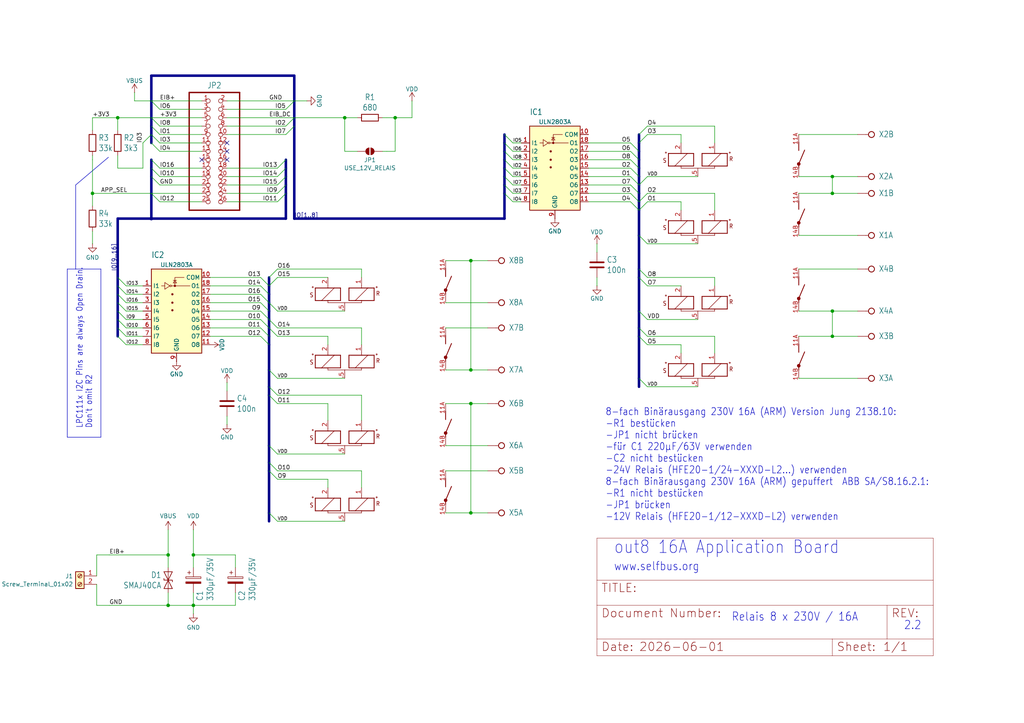
<source format=kicad_sch>
(kicad_sch (version 20231120) (generator "eeschema") (generator_version "8.0")
  (paper "User" 309.347 218.491)
  (junction (at 142.24 111.76))
  (junction (at 251.46 93.98))
  (junction (at 142.24 78.74))
  (junction (at 50.8 167.64))
  (junction (at 45.72 66.04))
  (junction (at 142.24 121.92))
  (junction (at 35.56 35.56))
  (junction (at 251.46 53.34))
  (junction (at 119.38 35.56))
  (junction (at 58.42 167.64))
  (junction (at 251.46 58.42))
  (junction (at 104.14 35.56))
  (junction (at 251.46 101.6))
  (junction (at 50.8 182.88))
  (junction (at 58.42 182.88))
  (junction (at 27.94 58.42))
  (junction (at 142.24 154.94))
  (no_connect (at 68.58 43.18))
  (no_connect (at 68.58 48.26))
  (no_connect (at 60.96 48.26))
  (no_connect (at 68.58 45.72))
  (bus_entry (at 38.1 104.14) (size -2.54 -2.54))
  (bus_entry (at 83.82 99.06) (size -2.54 -2.54))
  (bus_entry (at 190.5 50.8) (size 2.54 2.54))
  (bus_entry (at 195.58 116.84) (size -2.54 -2.54))
  (bus_entry (at 48.26 43.18) (size -2.54 -2.54))
  (bus_entry (at 83.82 53.34) (size 2.54 -2.54))
  (bus_entry (at 190.5 58.42) (size 2.54 2.54))
  (bus_entry (at 38.1 93.98) (size -2.54 -2.54))
  (bus_entry (at 154.94 55.88) (size -2.54 -2.54))
  (bus_entry (at 154.94 58.42) (size -2.54 -2.54))
  (bus_entry (at 86.36 38.1) (size 2.54 -2.54))
  (bus_entry (at 38.1 101.6) (size -2.54 -2.54))
  (bus_entry (at 195.58 58.42) (size -2.54 2.54))
  (bus_entry (at 154.94 48.26) (size -2.54 -2.54))
  (bus_entry (at 86.36 40.64) (size 2.54 -2.54))
  (bus_entry (at 190.5 60.96) (size 2.54 2.54))
  (bus_entry (at 78.74 86.36) (size 2.54 2.54))
  (bus_entry (at 48.26 40.64) (size -2.54 -2.54))
  (bus_entry (at 48.26 53.34) (size -2.54 -2.54))
  (bus_entry (at 83.82 137.16) (size -2.54 -2.54))
  (bus_entry (at 154.94 45.72) (size -2.54 -2.54))
  (bus_entry (at 190.5 53.34) (size 2.54 2.54))
  (bus_entry (at 83.82 114.3) (size -2.54 -2.54))
  (bus_entry (at 38.1 99.06) (size -2.54 -2.54))
  (bus_entry (at 195.58 101.6) (size -2.54 -2.54))
  (bus_entry (at 83.82 55.88) (size 2.54 -2.54))
  (bus_entry (at 195.58 40.64) (size -2.54 2.54))
  (bus_entry (at 154.94 43.18) (size -2.54 -2.54))
  (bus_entry (at 83.82 60.96) (size 2.54 -2.54))
  (bus_entry (at 78.74 101.6) (size 2.54 2.54))
  (bus_entry (at 195.58 38.1) (size -2.54 2.54))
  (bus_entry (at 38.1 96.52) (size -2.54 -2.54))
  (bus_entry (at 83.82 119.38) (size -2.54 -2.54))
  (bus_entry (at 38.1 88.9) (size -2.54 -2.54))
  (bus_entry (at 83.82 58.42) (size 2.54 -2.54))
  (bus_entry (at 38.1 86.36) (size -2.54 -2.54))
  (bus_entry (at 83.82 142.24) (size -2.54 -2.54))
  (bus_entry (at 48.26 45.72) (size -2.54 -2.54))
  (bus_entry (at 78.74 83.82) (size 2.54 2.54))
  (bus_entry (at 48.26 60.96) (size -2.54 -2.54))
  (bus_entry (at 78.74 91.44) (size 2.54 2.54))
  (bus_entry (at 78.74 93.98) (size 2.54 2.54))
  (bus_entry (at 190.5 43.18) (size 2.54 2.54))
  (bus_entry (at 83.82 157.48) (size -2.54 -2.54))
  (bus_entry (at 48.26 38.1) (size -2.54 -2.54))
  (bus_entry (at 43.18 43.18) (size 2.54 -2.54))
  (bus_entry (at 154.94 50.8) (size -2.54 -2.54))
  (bus_entry (at 86.36 33.02) (size 2.54 -2.54))
  (bus_entry (at 78.74 99.06) (size 2.54 2.54))
  (bus_entry (at 48.26 33.02) (size -2.54 -2.54))
  (bus_entry (at 83.82 121.92) (size -2.54 -2.54))
  (bus_entry (at 190.5 48.26) (size 2.54 2.54))
  (bus_entry (at 83.82 50.8) (size 2.54 -2.54))
  (bus_entry (at 195.58 83.82) (size -2.54 -2.54))
  (bus_entry (at 83.82 83.82) (size -2.54 2.54))
  (bus_entry (at 83.82 101.6) (size -2.54 -2.54))
  (bus_entry (at 154.94 53.34) (size -2.54 -2.54))
  (bus_entry (at 83.82 93.98) (size -2.54 -2.54))
  (bus_entry (at 38.1 91.44) (size -2.54 -2.54))
  (bus_entry (at 190.5 55.88) (size 2.54 2.54))
  (bus_entry (at 195.58 104.14) (size -2.54 -2.54))
  (bus_entry (at 48.26 55.88) (size -2.54 -2.54))
  (bus_entry (at 83.82 81.28) (size -2.54 2.54))
  (bus_entry (at 195.58 96.52) (size -2.54 -2.54))
  (bus_entry (at 48.26 50.8) (size -2.54 -2.54))
  (bus_entry (at 195.58 60.96) (size -2.54 2.54))
  (bus_entry (at 83.82 144.78) (size -2.54 -2.54))
  (bus_entry (at 78.74 96.52) (size 2.54 2.54))
  (bus_entry (at 195.58 53.34) (size -2.54 2.54))
  (bus_entry (at 154.94 60.96) (size -2.54 -2.54))
  (bus_entry (at 195.58 86.36) (size -2.54 -2.54))
  (bus_entry (at 78.74 88.9) (size 2.54 2.54))
  (bus_entry (at 195.58 73.66) (size -2.54 -2.54))
  (bus_entry (at 190.5 45.72) (size 2.54 2.54))
  (bus (pts (xy 45.72 35.56) (xy 45.72 38.1)) (stroke (width 0.762)))
  (bus (pts (xy 193.04 99.06) (xy 193.04 101.6)) (stroke (width 0.762)))
  (wire (pts (xy 68.58 53.34) (xy 83.82 53.34)) (stroke (width 0.1524)))
  (wire (pts (xy 115.57 35.56) (xy 116.84 35.56)))
  (wire (pts (xy 177.8 43.18) (xy 190.5 43.18)) (stroke (width 0.1524)))
  (wire (pts (xy 241.3 40.64) (xy 259.08 40.64)) (stroke (width 0.1524)))
  (wire (pts (xy 43.18 104.14) (xy 38.1 104.14)) (stroke (width 0.1524)))
  (wire (pts (xy 48.26 53.34) (xy 60.96 53.34)) (stroke (width 0.1524)))
  (wire (pts (xy 60.96 35.56) (xy 45.72 35.56)) (stroke (width 0.1524)))
  (wire (pts (xy 195.58 40.64) (xy 205.74 40.64)) (stroke (width 0.1524)))
  (bus (pts (xy 88.9 66.04) (xy 88.9 38.1)) (stroke (width 0.762)))
  (wire (pts (xy 241.3 93.98) (xy 251.46 93.98)) (stroke (width 0.1524)))
  (wire (pts (xy 29.21 182.88) (xy 33.02 182.88)))
  (wire (pts (xy 63.5 91.44) (xy 78.74 91.44)) (stroke (width 0.1524)))
  (wire (pts (xy 63.5 93.98) (xy 78.74 93.98)) (stroke (width 0.1524)))
  (wire (pts (xy 83.82 119.38) (xy 109.22 119.38)) (stroke (width 0.1524)))
  (wire (pts (xy 27.94 46.99) (xy 27.94 48.26)))
  (wire (pts (xy 251.46 101.6) (xy 259.08 101.6)) (stroke (width 0.1524)))
  (wire (pts (xy 63.5 99.06) (xy 78.74 99.06)) (stroke (width 0.1524)))
  (bus (pts (xy 35.56 66.04) (xy 35.56 83.82)) (stroke (width 0.762)))
  (bus (pts (xy 193.04 83.82) (xy 193.04 93.98)) (stroke (width 0.762)))
  (polyline (pts (xy 22.86 55.88) (xy 22.86 81.28)) (stroke (width 0.1524) (type solid)))
  (wire (pts (xy 71.12 167.64) (xy 58.42 167.64)) (stroke (width 0.1524)))
  (bus (pts (xy 45.72 38.1) (xy 45.72 40.64)) (stroke (width 0.762)))
  (bus (pts (xy 81.28 154.94) (xy 81.28 157.48)) (stroke (width 0.762)))
  (wire (pts (xy 134.62 154.94) (xy 142.24 154.94)) (stroke (width 0.1524)))
  (wire (pts (xy 195.58 58.42) (xy 215.9 58.42)) (stroke (width 0.1524)))
  (wire (pts (xy 104.14 114.3) (xy 83.82 114.3)) (stroke (width 0.1524)))
  (wire (pts (xy 27.94 69.85) (xy 27.94 73.66)) (stroke (width 0.1524)))
  (wire (pts (xy 241.3 71.12) (xy 259.08 71.12)) (stroke (width 0.1524)))
  (bus (pts (xy 81.28 142.24) (xy 81.28 154.94)) (stroke (width 0.762)))
  (wire (pts (xy 154.94 53.34) (xy 157.48 53.34)))
  (wire (pts (xy 177.8 60.96) (xy 190.5 60.96)) (stroke (width 0.1524)))
  (wire (pts (xy 60.96 38.1) (xy 48.26 38.1)) (stroke (width 0.1524)))
  (wire (pts (xy 210.82 116.84) (xy 195.58 116.84)) (stroke (width 0.1524)))
  (bus (pts (xy 45.72 50.8) (xy 45.72 53.34)) (stroke (width 0.762)))
  (bus (pts (xy 193.04 43.18) (xy 193.04 45.72)) (stroke (width 0.762)))
  (bus (pts (xy 86.36 66.04) (xy 86.36 58.42)) (stroke (width 0.762)))
  (bus (pts (xy 88.9 35.56) (xy 88.9 30.48)) (stroke (width 0.762)))
  (wire (pts (xy 43.18 96.52) (xy 38.1 96.52)) (stroke (width 0.1524)))
  (bus (pts (xy 45.72 48.26) (xy 45.72 50.8)) (stroke (width 0.762)))
  (bus (pts (xy 193.04 45.72) (xy 193.04 48.26)) (stroke (width 0.762)))
  (bus (pts (xy 81.28 111.76) (xy 81.28 116.84)) (stroke (width 0.762)))
  (wire (pts (xy 251.46 53.34) (xy 251.46 58.42)) (stroke (width 0.1524)))
  (wire (pts (xy 60.96 40.64) (xy 48.26 40.64)) (stroke (width 0.1524)))
  (wire (pts (xy 177.8 53.34) (xy 190.5 53.34)) (stroke (width 0.1524)))
  (wire (pts (xy 116.84 35.56) (xy 119.38 35.56)) (stroke (width 0.1524)))
  (wire (pts (xy 109.22 81.28) (xy 109.22 83.82)) (stroke (width 0.1524)))
  (bus (pts (xy 88.9 22.86) (xy 45.72 22.86)) (stroke (width 0.762)))
  (bus (pts (xy 35.56 91.44) (xy 35.56 88.9)) (stroke (width 0.762)))
  (wire (pts (xy 68.58 30.48) (xy 88.9 30.48)) (stroke (width 0.1524)))
  (wire (pts (xy 241.3 101.6) (xy 251.46 101.6)) (stroke (width 0.1524)))
  (wire (pts (xy 50.8 167.64) (xy 33.02 167.64)) (stroke (width 0.1524)))
  (wire (pts (xy 154.94 55.88) (xy 157.48 55.88)))
  (wire (pts (xy 109.22 142.24) (xy 109.22 147.32)) (stroke (width 0.1524)))
  (wire (pts (xy 251.46 93.98) (xy 259.08 93.98)) (stroke (width 0.1524)))
  (wire (pts (xy 63.5 86.36) (xy 78.74 86.36)) (stroke (width 0.1524)))
  (wire (pts (xy 68.58 118.11) (xy 68.58 115.57)) (stroke (width 0.1524)))
  (wire (pts (xy 29.21 173.99) (xy 29.21 167.64)))
  (bus (pts (xy 35.56 66.04) (xy 45.72 66.04)) (stroke (width 0.762)))
  (wire (pts (xy 119.38 35.56) (xy 124.46 35.56)) (stroke (width 0.1524)))
  (wire (pts (xy 33.02 182.88) (xy 50.8 182.88)) (stroke (width 0.1524)))
  (bus (pts (xy 88.9 30.48) (xy 88.9 22.86)) (stroke (width 0.762)))
  (wire (pts (xy 134.62 142.24) (xy 147.32 142.24)) (stroke (width 0.1524)))
  (wire (pts (xy 43.18 91.44) (xy 38.1 91.44)) (stroke (width 0.1524)))
  (bus (pts (xy 35.56 86.36) (xy 35.56 83.82)) (stroke (width 0.762)))
  (wire (pts (xy 215.9 101.6) (xy 215.9 106.68)) (stroke (width 0.1524)))
  (wire (pts (xy 35.56 46.99) (xy 35.56 50.8)) (stroke (width 0.1524)))
  (bus (pts (xy 193.04 101.6) (xy 193.04 114.3)) (stroke (width 0.762)))
  (wire (pts (xy 43.18 43.18) (xy 43.18 50.8)) (stroke (width 0.1524)))
  (bus (pts (xy 193.04 53.34) (xy 193.04 55.88)) (stroke (width 0.762)))
  (bus (pts (xy 193.04 48.26) (xy 193.04 50.8)) (stroke (width 0.762)))
  (wire (pts (xy 124.46 35.56) (xy 124.46 30.48)) (stroke (width 0.1524)))
  (wire (pts (xy 119.38 45.72) (xy 116.84 45.72)) (stroke (width 0.1524)))
  (wire (pts (xy 142.24 121.92) (xy 142.24 154.94)) (stroke (width 0.1524)))
  (wire (pts (xy 63.5 96.52) (xy 78.74 96.52)) (stroke (width 0.1524)))
  (wire (pts (xy 154.94 43.18) (xy 157.48 43.18)))
  (wire (pts (xy 154.94 48.26) (xy 157.48 48.26)))
  (wire (pts (xy 134.62 121.92) (xy 142.24 121.92)) (stroke (width 0.1524)))
  (wire (pts (xy 195.58 83.82) (xy 215.9 83.82)) (stroke (width 0.1524)))
  (wire (pts (xy 68.58 35.56) (xy 88.9 35.56)) (stroke (width 0.1524)))
  (wire (pts (xy 210.82 73.66) (xy 195.58 73.66)) (stroke (width 0.1524)))
  (wire (pts (xy 154.94 58.42) (xy 157.48 58.42)))
  (wire (pts (xy 68.58 125.73) (xy 68.58 128.27)) (stroke (width 0.1524)))
  (bus (pts (xy 45.72 58.42) (xy 45.72 66.04)) (stroke (width 0.762)))
  (wire (pts (xy 205.74 43.18) (xy 205.74 40.64)) (stroke (width 0.1524)))
  (polyline (pts (xy 22.86 81.28) (xy 20.32 81.28)) (stroke (width 0.1524) (type solid)))
  (wire (pts (xy 241.3 114.3) (xy 259.08 114.3)) (stroke (width 0.1524)))
  (wire (pts (xy 180.34 86.36) (xy 180.34 83.82)) (stroke (width 0.1524)))
  (bus (pts (xy 45.72 22.86) (xy 45.72 30.48)) (stroke (width 0.762)))
  (wire (pts (xy 177.8 50.8) (xy 190.5 50.8)) (stroke (width 0.1524)))
  (wire (pts (xy 142.24 154.94) (xy 147.32 154.94)) (stroke (width 0.1524)))
  (wire (pts (xy 195.58 38.1) (xy 215.9 38.1)) (stroke (width 0.1524)))
  (bus (pts (xy 81.28 134.62) (xy 81.28 139.7)) (stroke (width 0.762)))
  (bus (pts (xy 35.56 96.52) (xy 35.56 93.98)) (stroke (width 0.762)))
  (wire (pts (xy 142.24 111.76) (xy 147.32 111.76)) (stroke (width 0.1524)))
  (wire (pts (xy 45.72 58.42) (xy 60.96 58.42)))
  (wire (pts (xy 109.22 99.06) (xy 109.22 104.14)) (stroke (width 0.1524)))
  (wire (pts (xy 241.3 53.34) (xy 251.46 53.34)) (stroke (width 0.1524)))
  (polyline (pts (xy 30.48 132.08) (xy 30.48 81.28)) (stroke (width 0.1524) (type solid)))
  (bus (pts (xy 86.36 58.42) (xy 86.36 55.88)) (stroke (width 0.762)))
  (wire (pts (xy 215.9 38.1) (xy 215.9 43.18)) (stroke (width 0.1524)))
  (wire (pts (xy 177.8 58.42) (xy 190.5 58.42)) (stroke (width 0.1524)))
  (bus (pts (xy 45.72 30.48) (xy 45.72 35.56)) (stroke (width 0.762)))
  (wire (pts (xy 259.08 81.28) (xy 241.3 81.28)) (stroke (width 0.1524)))
  (wire (pts (xy 195.58 60.96) (xy 205.74 60.96)) (stroke (width 0.1524)))
  (polyline (pts (xy 20.32 81.28) (xy 20.32 132.08)) (stroke (width 0.1524) (type solid)))
  (wire (pts (xy 68.58 38.1) (xy 86.36 38.1)) (stroke (width 0.1524)))
  (wire (pts (xy 115.57 45.72) (xy 116.84 45.72)))
  (wire (pts (xy 88.9 30.48) (xy 92.71 30.48)) (stroke (width 0.1524)))
  (wire (pts (xy 43.18 99.06) (xy 38.1 99.06)) (stroke (width 0.1524)))
  (wire (pts (xy 68.58 55.88) (xy 83.82 55.88)) (stroke (width 0.1524)))
  (wire (pts (xy 40.64 30.48) (xy 40.64 27.94)) (stroke (width 0.1524)))
  (bus (pts (xy 152.4 48.26) (xy 152.4 50.8)) (stroke (width 0.762)))
  (wire (pts (xy 27.94 48.26) (xy 27.94 58.42)) (stroke (width 0.1524)))
  (polyline (pts (xy 20.32 132.08) (xy 30.48 132.08)) (stroke (width 0.1524) (type solid)))
  (polyline (pts (xy 30.48 81.28) (xy 22.86 81.28)) (stroke (width 0.1524) (type solid)))
  (bus (pts (xy 152.4 43.18) (xy 152.4 45.72)) (stroke (width 0.762)))
  (wire (pts (xy 104.14 93.98) (xy 83.82 93.98)) (stroke (width 0.1524)))
  (bus (pts (xy 152.4 40.64) (xy 152.4 43.18)) (stroke (width 0.762)))
  (wire (pts (xy 134.62 99.06) (xy 147.32 99.06)) (stroke (width 0.1524)))
  (wire (pts (xy 50.8 179.07) (xy 50.8 182.88)))
  (wire (pts (xy 177.8 48.26) (xy 190.5 48.26)) (stroke (width 0.1524)))
  (wire (pts (xy 27.94 35.56) (xy 35.56 35.56)) (stroke (width 0.1524)))
  (wire (pts (xy 83.82 121.92) (xy 99.06 121.92)) (stroke (width 0.1524)))
  (wire (pts (xy 43.18 93.98) (xy 38.1 93.98)) (stroke (width 0.1524)))
  (wire (pts (xy 45.72 35.56) (xy 35.56 35.56)) (stroke (width 0.1524)))
  (wire (pts (xy 83.82 142.24) (xy 109.22 142.24)) (stroke (width 0.1524)))
  (wire (pts (xy 210.82 53.34) (xy 195.58 53.34)) (stroke (width 0.1524)))
  (bus (pts (xy 81.28 116.84) (xy 81.28 119.38)) (stroke (width 0.762)))
  (wire (pts (xy 27.94 35.56) (xy 27.94 39.37)) (stroke (width 0.1524)))
  (wire (pts (xy 215.9 86.36) (xy 215.9 83.82)) (stroke (width 0.1524)))
  (wire (pts (xy 60.96 33.02) (xy 48.26 33.02)) (stroke (width 0.1524)))
  (wire (pts (xy 99.06 121.92) (xy 99.06 127)) (stroke (width 0.1524)))
  (wire (pts (xy 88.9 35.56) (xy 104.14 35.56)) (stroke (width 0.1524)))
  (wire (pts (xy 35.56 35.56) (xy 35.56 39.37)) (stroke (width 0.1524)))
  (wire (pts (xy 180.34 73.66) (xy 180.34 76.2)) (stroke (width 0.1524)))
  (wire (pts (xy 27.94 58.42) (xy 45.72 58.42)))
  (wire (pts (xy 205.74 104.14) (xy 205.74 106.68)) (stroke (width 0.1524)))
  (bus (pts (xy 81.28 119.38) (xy 81.28 134.62)) (stroke (width 0.762)))
  (wire (pts (xy 142.24 78.74) (xy 147.32 78.74)) (stroke (width 0.1524)))
  (wire (pts (xy 99.06 101.6) (xy 99.06 104.14)) (stroke (width 0.1524)))
  (wire (pts (xy 104.14 45.72) (xy 107.95 45.72)) (stroke (width 0.1524)))
  (wire (pts (xy 71.12 182.88) (xy 71.12 179.07)) (stroke (width 0.1524)))
  (wire (pts (xy 99.06 144.78) (xy 99.06 147.32)) (stroke (width 0.1524)))
  (bus (pts (xy 86.36 55.88) (xy 86.36 53.34)) (stroke (width 0.762)))
  (wire (pts (xy 48.26 50.8) (xy 60.96 50.8)) (stroke (width 0.1524)))
  (wire (pts (xy 60.96 60.96) (xy 48.26 60.96)) (stroke (width 0.1524)))
  (wire (pts (xy 205.74 86.36) (xy 195.58 86.36)) (stroke (width 0.1524)))
  (wire (pts (xy 104.14 137.16) (xy 83.82 137.16)) (stroke (width 0.1524)))
  (bus (pts (xy 193.04 114.3) (xy 193.04 116.84)) (stroke (width 0.762)))
  (bus (pts (xy 152.4 55.88) (xy 152.4 58.42)) (stroke (width 0.762)))
  (bus (pts (xy 88.9 38.1) (xy 88.9 35.56)) (stroke (width 0.762)))
  (bus (pts (xy 193.04 81.28) (xy 193.04 83.82)) (stroke (width 0.762)))
  (wire (pts (xy 104.14 35.56) (xy 107.95 35.56)) (stroke (width 0.1524)))
  (bus (pts (xy 45.72 53.34) (xy 45.72 58.42)) (stroke (width 0.762)))
  (wire (pts (xy 134.62 91.44) (xy 147.32 91.44)) (stroke (width 0.1524)))
  (wire (pts (xy 195.58 104.14) (xy 205.74 104.14)) (stroke (width 0.1524)))
  (wire (pts (xy 109.22 119.38) (xy 109.22 127)) (stroke (width 0.1524)))
  (wire (pts (xy 210.82 96.52) (xy 195.58 96.52)) (stroke (width 0.1524)))
  (bus (pts (xy 86.36 48.26) (xy 86.36 50.8)) (stroke (width 0.762)))
  (bus (pts (xy 81.28 91.44) (xy 81.28 93.98)) (stroke (width 0.762)))
  (wire (pts (xy 45.72 30.48) (xy 40.64 30.48)) (stroke (width 0.1524)))
  (bus (pts (xy 81.28 86.36) (xy 81.28 88.9)) (stroke (width 0.762)))
  (bus (pts (xy 81.28 93.98) (xy 81.28 96.52)) (stroke (width 0.762)))
  (wire (pts (xy 83.82 83.82) (xy 99.06 83.82)) (stroke (width 0.1524)))
  (wire (pts (xy 58.42 179.07) (xy 58.42 182.88)) (stroke (width 0.1524)))
  (wire (pts (xy 195.58 101.6) (xy 215.9 101.6)) (stroke (width 0.1524)))
  (bus (pts (xy 81.28 104.14) (xy 81.28 111.76)) (stroke (width 0.762)))
  (wire (pts (xy 83.82 101.6) (xy 99.06 101.6)) (stroke (width 0.1524)))
  (wire (pts (xy 142.24 78.74) (xy 142.24 111.76)) (stroke (width 0.1524)))
  (wire (pts (xy 50.8 167.64) (xy 50.8 160.02)) (stroke (width 0.1524)))
  (bus (pts (xy 152.4 66.04) (xy 88.9 66.04)) (stroke (width 0.762)))
  (bus (pts (xy 35.56 99.06) (xy 35.56 96.52)) (stroke (width 0.762)))
  (wire (pts (xy 43.18 86.36) (xy 38.1 86.36)) (stroke (width 0.1524)))
  (bus (pts (xy 193.04 50.8) (xy 193.04 53.34)) (stroke (width 0.762)))
  (wire (pts (xy 83.82 144.78) (xy 99.06 144.78)) (stroke (width 0.1524)))
  (bus (pts (xy 81.28 139.7) (xy 81.28 142.24)) (stroke (width 0.762)))
  (bus (pts (xy 193.04 60.96) (xy 193.04 63.5)) (stroke (width 0.762)))
  (wire (pts (xy 142.24 121.92) (xy 147.32 121.92)) (stroke (width 0.1524)))
  (bus (pts (xy 86.36 50.8) (xy 86.36 53.34)) (stroke (width 0.762)))
  (wire (pts (xy 251.46 53.34) (xy 259.08 53.34)) (stroke (width 0.1524)))
  (wire (pts (xy 43.18 50.8) (xy 35.56 50.8)) (stroke (width 0.1524)))
  (bus (pts (xy 193.04 93.98) (xy 193.04 99.06)) (stroke (width 0.762)))
  (wire (pts (xy 29.21 167.64) (xy 33.02 167.64)))
  (polyline (pts (xy 32.766 47.498) (xy 22.86 55.88)) (stroke (width 0.1524) (type solid)))
  (wire (pts (xy 63.5 83.82) (xy 78.74 83.82)) (stroke (width 0.1524)))
  (bus (pts (xy 35.56 88.9) (xy 35.56 86.36)) (stroke (width 0.762)))
  (bus (pts (xy 152.4 53.34) (xy 152.4 55.88)) (stroke (width 0.762)))
  (wire (pts (xy 68.58 60.96) (xy 83.82 60.96)) (stroke (width 0.1524)))
  (bus (pts (xy 152.4 58.42) (xy 152.4 66.04)) (stroke (width 0.762)))
  (wire (pts (xy 134.62 134.62) (xy 147.32 134.62)) (stroke (width 0.1524)))
  (wire (pts (xy 50.8 171.45) (xy 50.8 167.64)) (stroke (width 0.1524)))
  (bus (pts (xy 35.56 101.6) (xy 35.56 99.06)) (stroke (width 0.762)))
  (wire (pts (xy 68.58 40.64) (xy 86.36 40.64)) (stroke (width 0.1524)))
  (wire (pts (xy 241.3 58.42) (xy 251.46 58.42)) (stroke (width 0.1524)))
  (wire (pts (xy 58.42 182.88) (xy 58.42 185.42)) (stroke (width 0.1524)))
  (wire (pts (xy 134.62 111.76) (xy 142.24 111.76)) (stroke (width 0.1524)))
  (bus (pts (xy 35.56 93.98) (xy 35.56 91.44)) (stroke (width 0.762)))
  (wire (pts (xy 215.9 58.42) (xy 215.9 63.5)) (stroke (width 0.1524)))
  (wire (pts (xy 251.46 58.42) (xy 259.08 58.42)) (stroke (width 0.1524)))
  (wire (pts (xy 50.8 182.88) (xy 58.42 182.88)) (stroke (width 0.1524)))
  (bus (pts (xy 193.04 58.42) (xy 193.04 60.96)) (stroke (width 0.762)))
  (wire (pts (xy 58.42 182.88) (xy 71.12 182.88)) (stroke (width 0.1524)))
  (wire (pts (xy 205.74 60.96) (xy 205.74 63.5)) (stroke (width 0.1524)))
  (wire (pts (xy 104.14 35.56) (xy 104.14 45.72)) (stroke (width 0.1524)))
  (bus (pts (xy 193.04 55.88) (xy 193.04 58.42)) (stroke (width 0.762)))
  (bus (pts (xy 193.04 63.5) (xy 193.04 71.12)) (stroke (width 0.762)))
  (wire (pts (xy 71.12 171.45) (xy 71.12 167.64)) (stroke (width 0.1524)))
  (wire (pts (xy 83.82 81.28) (xy 109.22 81.28)) (stroke (width 0.1524)))
  (wire (pts (xy 48.26 55.88) (xy 60.96 55.88)) (stroke (width 0.1524)))
  (wire (pts (xy 177.8 45.72) (xy 190.5 45.72)) (stroke (width 0.1524)))
  (bus (pts (xy 81.28 96.52) (xy 81.28 99.06)) (stroke (width 0.762)))
  (wire (pts (xy 134.62 78.74) (xy 142.24 78.74)) (stroke (width 0.1524)))
  (wire (pts (xy 29.21 176.53) (xy 29.21 182.88)))
  (bus (pts (xy 81.28 101.6) (xy 81.28 104.14)) (stroke (width 0.762)))
  (wire (pts (xy 154.94 60.96) (xy 157.48 60.96)))
  (wire (pts (xy 60.96 45.72) (xy 48.26 45.72)) (stroke (width 0.1524)))
  (wire (pts (xy 177.8 55.88) (xy 190.5 55.88)) (stroke (width 0.1524)))
  (wire (pts (xy 104.14 157.48) (xy 83.82 157.48)) (stroke (width 0.1524)))
  (bus (pts (xy 152.4 45.72) (xy 152.4 48.26)) (stroke (width 0.762)))
  (bus (pts (xy 81.28 88.9) (xy 81.28 91.44)) (stroke (width 0.762)))
  (wire (pts (xy 58.42 167.64) (xy 58.42 171.45)) (stroke (width 0.1524)))
  (wire (pts (xy 58.42 160.02) (xy 58.42 167.64)) (stroke (width 0.1524)))
  (wire (pts (xy 119.38 35.56) (xy 119.38 45.72)) (stroke (width 0.1524)))
  (wire (pts (xy 83.82 99.06) (xy 109.22 99.06)) (stroke (width 0.1524)))
  (wire (pts (xy 68.58 33.02) (xy 86.36 33.02)) (stroke (width 0.1524)))
  (wire (pts (xy 60.96 30.48) (xy 45.72 30.48)) (stroke (width 0.1524)))
  (wire (pts (xy 27.94 58.42) (xy 27.94 62.23)) (stroke (width 0.1524)))
  (wire (pts (xy 63.5 101.6) (xy 78.74 101.6)) (stroke (width 0.1524)))
  (wire (pts (xy 60.96 43.18) (xy 48.26 43.18)) (stroke (width 0.1524)))
  (bus (pts (xy 193.04 40.64) (xy 193.04 43.18)) (stroke (width 0.762)))
  (wire (pts (xy 68.58 58.42) (xy 83.82 58.42)) (stroke (width 0.1524)))
  (wire (pts (xy 63.5 88.9) (xy 78.74 88.9)) (stroke (width 0.1524)))
  (bus (pts (xy 81.28 83.82) (xy 81.28 86.36)) (stroke (width 0.762)))
  (wire (pts (xy 154.94 50.8) (xy 157.48 50.8)))
  (wire (pts (xy 154.94 45.72) (xy 157.48 45.72)))
  (wire (pts (xy 43.18 88.9) (xy 38.1 88.9)) (stroke (width 0.1524)))
  (wire (pts (xy 251.46 93.98) (xy 251.46 101.6)) (stroke (width 0.1524)))
  (bus (pts (xy 193.04 71.12) (xy 193.04 81.28)) (stroke (width 0.762)))
  (bus (pts (xy 45.72 40.64) (xy 45.72 43.18)) (stroke (width 0.762)))
  (bus (pts (xy 45.72 66.04) (xy 86.36 66.04)) (stroke (width 0.762)))
  (wire (pts (xy 43.18 101.6) (xy 38.1 101.6)) (stroke (width 0.1524)))
  (wire (pts (xy 68.58 50.8) (xy 83.82 50.8)) (stroke (width 0.1524)))
  (bus (pts (xy 152.4 50.8) (xy 152.4 53.34)) (stroke (width 0.762)))
  (bus (pts (xy 81.28 99.06) (xy 81.28 101.6)) (stroke (width 0.762)))
  (text "www.selfbus.org" (at 185.42 172.72 0) (effects (font (size 2.54 2.159)) (justify left bottom)))
  (text "out8 16A Application Board" (at 185.42 167.64 0) (effects (font (size 3.81 3.2385)) (justify left bottom)))
  (text "2.2" (at 273.05 190.5 0) (effects (font (size 2.54 2.159)) (justify left bottom)))
  (text "8-fach Binärausgang 230V 16A (ARM) Version Jung 2138.10:\n-R1 bestücken\n-JP1 nicht brücken\n-für C1 220µF/63V verwenden\n-C2 nicht bestücken\n-24V Relais (HFE20-1/24-XXXD-L2...) verwenden\n8-fach Binärausgang 230V 16A (ARM) gepuffert  ABB SA/S8.16.2.1:\n-R1 nicht bestücken\n-JP1 brücken\n-12V Relais (HFE20-1/12-XXXD-L2) verwenden" (at 182.88 157.48 0) (effects (font (size 2.1844 1.8567)) (justify left bottom)))
  (text "Relais 8 x 230V / 16A" (at 220.98 187.96 0) (effects (font (size 2.54 2.159)) (justify left bottom)))
  (text "LPC111x I2C Pins are always Open Drain.\nDon't omit R2~{}" (at 27.94 129.54 90) (effects (font (size 1.778 1.5113)) (justify left bottom)))
  (label "O8" (at 195.58 83.82 0) (effects (font (size 1.2446 1.2446))))
  (label "O3" (at 190.5 58.42 180) (effects (font (size 1.2446 1.2446))))
  (label "+3V3" (at 48.26 35.56 0) (effects (font (size 1.2446 1.2446))))
  (label "GND" (at 81.28 30.48 0) (effects (font (size 1.2446 1.2446))))
  (label "O7" (at 195.58 86.36 0) (effects (font (size 1.2446 1.2446))))
  (label "O11" (at 83.82 121.92 0) (effects (font (size 1.2446 1.2446))))
  (label "IO9" (at 83.82 58.42 180) (effects (font (size 1.2446 1.2446))))
  (label "IO3" (at 154.94 58.42 0) (effects (font (size 1.016 1.016))))
  (label "IO6" (at 154.94 45.72 0) (effects (font (size 1.016 1.016))))
  (label "O13" (at 83.82 101.6 0) (effects (font (size 1.2446 1.2446))))
  (label "IO1" (at 48.26 40.64 0) (effects (font (size 1.2446 1.2446))))
  (label "IO9" (at 38.1 96.52 0) (effects (font (size 1.016 1.016))))
  (label "O6" (at 190.5 45.72 180) (effects (font (size 1.2446 1.2446))))
  (label "IO5" (at 154.94 43.18 0) (effects (font (size 1.016 1.016))))
  (label "O5" (at 195.58 104.14 0) (effects (font (size 1.2446 1.2446))))
  (label "IO4" (at 48.26 45.72 0) (effects (font (size 1.2446 1.2446))))
  (label "O8" (at 190.5 48.26 180) (effects (font (size 1.2446 1.2446))))
  (label "IO6" (at 48.26 33.02 0) (effects (font (size 1.2446 1.2446))))
  (label "IO[9..16]" (at 35.56 81.915 90) (effects (font (size 1.2446 1.2446))))
  (label "EIB+" (at 33.02 167.64 0) (effects (font (size 1.2446 1.2446))))
  (label "EIB_DC" (at 81.28 35.56 0) (effects (font (size 1.2446 1.2446))))
  (label "O2" (at 195.58 58.42 0) (effects (font (size 1.2446 1.2446))))
  (label "O3" (at 195.58 40.64 0) (effects (font (size 1.2446 1.2446))))
  (label "O16" (at 83.82 81.28 0) (effects (font (size 1.2446 1.2446))))
  (label "O2" (at 190.5 50.8 180) (effects (font (size 1.2446 1.2446))))
  (label "O14" (at 83.82 99.06 0) (effects (font (size 1.2446 1.2446))))
  (label "IO12" (at 38.1 104.14 0) (effects (font (size 1.016 1.016))))
  (label "O4" (at 195.58 38.1 0) (effects (font (size 1.2446 1.2446))))
  (label "IO8" (at 48.26 38.1 0) (effects (font (size 1.2446 1.2446))))
  (label "O15" (at 83.82 83.82 0) (effects (font (size 1.2446 1.2446))))
  (label "IO16" (at 48.26 50.8 0) (effects (font (size 1.2446 1.2446))))
  (label "IO14" (at 83.82 53.34 180) (effects (font (size 1.2446 1.2446))))
  (label "GND" (at 33.02 182.88 0) (effects (font (size 1.2446 1.2446))))
  (label "O16" (at 78.74 88.9 180) (effects (font (size 1.2446 1.2446))))
  (label "IO11" (at 83.82 60.96 180) (effects (font (size 1.2446 1.2446))))
  (label "O9" (at 78.74 93.98 180) (effects (font (size 1.2446 1.2446))))
  (label "O11" (at 78.74 99.06 180) (effects (font (size 1.2446 1.2446))))
  (label "O12" (at 83.82 119.38 0) (effects (font (size 1.2446 1.2446))))
  (label "O1" (at 195.58 60.96 0) (effects (font (size 1.2446 1.2446))))
  (label "O10" (at 83.82 142.24 0) (effects (font (size 1.2446 1.2446))))
  (label "VDD" (at 195.58 53.34 0) (effects (font (size 1.016 1.016))))
  (label "IO13" (at 38.1 86.36 0) (effects (font (size 1.016 1.016))))
  (label "O15" (at 78.74 91.44 180) (effects (font (size 1.2446 1.2446))))
  (label "O10" (at 78.74 96.52 180) (effects (font (size 1.2446 1.2446))))
  (label "VDD" (at 83.82 137.16 0) (effects (font (size 1.016 1.016))))
  (label "IO12" (at 48.26 60.96 0) (effects (font (size 1.2446 1.2446))))
  (label "IO2" (at 86.36 38.1 180) (effects (font (size 1.2446 1.2446))))
  (label "IO15" (at 83.82 55.88 180) (effects (font (size 1.2446 1.2446))))
  (label "+3V3" (at 27.94 35.56 0) (effects (font (size 1.2446 1.2446))))
  (label "VDD" (at 195.58 96.52 0) (effects (font (size 1.2446 1.2446))))
  (label "O14" (at 78.74 86.36 180) (effects (font (size 1.2446 1.2446))))
  (label "IO3" (at 48.26 43.18 0) (effects (font (size 1.2446 1.2446))))
  (label "O13" (at 78.74 83.82 180) (effects (font (size 1.2446 1.2446))))
  (label "VDD" (at 83.82 157.48 0) (effects (font (size 1.016 1.016))))
  (label "GND" (at 48.26 55.88 0) (effects (font (size 1.2446 1.2446))))
  (label "IO[1..8]" (at 88.9 66.04 0) (effects (font (size 1.2446 1.2446))))
  (label "IO11" (at 38.1 101.6 0) (effects (font (size 1.016 1.016))))
  (label "IO5" (at 86.36 33.02 180) (effects (font (size 1.2446 1.2446))))
  (label "O6" (at 195.58 101.6 0) (effects (font (size 1.2446 1.2446))))
  (label "O5" (at 190.5 43.18 180) (effects (font (size 1.2446 1.2446))))
  (label "IO7" (at 154.94 55.88 0) (effects (font (size 1.016 1.016))))
  (label "IO1" (at 154.94 53.34 0) (effects (font (size 1.016 1.016))))
  (label "IO3" (at 43.18 43.18 90) (effects (font (size 1.2446 1.2446))))
  (label "IO13" (at 83.82 50.8 180) (effects (font (size 1.2446 1.2446))))
  (label "EIB+" (at 48.26 30.48 0) (effects (font (size 1.2446 1.2446))))
  (label "VDD" (at 83.82 93.98 0) (effects (font (size 1.016 1.016))))
  (label "IO2" (at 154.94 50.8 0) (effects (font (size 1.016 1.016))))
  (label "IO4" (at 154.94 60.96 0) (effects (font (size 1.016 1.016))))
  (label "VDD" (at 83.82 114.3 0) (effects (font (size 1.016 1.016))))
  (label "O12" (at 78.74 101.6 180) (effects (font (size 1.2446 1.2446))))
  (label "IO15" (at 38.1 93.98 0) (effects (font (size 1.016 1.016))))
  (label "IO8" (at 154.94 48.26 0) (effects (font (size 1.016 1.016))))
  (label "IO10" (at 48.26 53.34 0) (effects (font (size 1.2446 1.2446))))
  (label "IO14" (at 38.1 88.9 0) (effects (font (size 1.016 1.016))))
  (label "IO16" (at 38.1 91.44 0) (effects (font (size 1.016 1.016))))
  (label "O4" (at 190.5 60.96 180) (effects (font (size 1.2446 1.2446))))
  (label "APP_SEL" (at 30.48 58.42 0) (effects (font (size 1.2446 1.2446))))
  (label "VDD" (at 195.58 116.84 0) (effects (font (size 1.016 1.016))))
  (label "IO7" (at 86.36 40.64 180) (effects (font (size 1.2446 1.2446))))
  (label "VDD" (at 195.58 73.66 0) (effects (font (size 1.016 1.016))))
  (label "IO10" (at 38.1 99.06 0) (effects (font (size 1.016 1.016))))
  (label "O9" (at 83.82 144.78 0) (effects (font (size 1.2446 1.2446))))
  (label "O1" (at 190.5 53.34 180) (effects (font (size 1.2446 1.2446))))
  (label "O7" (at 190.5 55.88 180) (effects (font (size 1.2446 1.2446))))
  (symbol (lib_id "Device:R") (at 35.56 43.18 180) (unit 1)
    (property "Reference" "R2" (at 37.338 41.6178 0) (effects (font (size 1.778 1.5113)) (justify right)))
    (property "Value" "3k3" (at 37.338 44.7422 0) (effects (font (size 1.778 1.5113)) (justify right)))
    (property "Footprint" "out_8x_16A_bistab:M1206" (effects (hide yes)))
    (property "Description" "Resistor" (effects (hide yes)))
  )
  (symbol (lib_id "out_8x_16A_bistab-eagle-import:W237-02P") (at 264.16 101.6 180) (unit 2)
    (property "Reference" "X3" (at 265.43 102.489 0) (effects (font (size 1.778 1.5113)) (justify right top)))
    (property "Value" "W237-02P" (effects (hide yes)))
    (property "Footprint" "out_8x_16A_bistab:W237-132" (effects (hide yes)))
  )
  (symbol (lib_id "Device:R") (at 111.76 35.56 90) (unit 1)
    (property "Reference" "R1" (at 111.76 29.3494 90) (effects (font (size 1.778 1.5113))))
    (property "Value" "680" (at 111.76 32.4738 90) (effects (font (size 1.778 1.5113))))
    (property "Footprint" "out_8x_16A_bistab:M1206" (effects (hide yes)))
    (property "Description" "Resistor" (effects (hide yes)))
  )
  (symbol (lib_id "out_8x_16A_bistab-eagle-import:W237-02P") (at 264.16 53.34 180) (unit 1)
    (property "Reference" "X2" (at 265.43 54.229 0) (effects (font (size 1.778 1.5113)) (justify right top)))
    (property "Value" "W237-02P" (effects (hide yes)))
    (property "Footprint" "out_8x_16A_bistab:W237-132" (effects (hide yes)))
  )
  (symbol (lib_id "out_8x_16A_bistab-eagle-import:HFE20-1-024-1HD504") (at 134.62 152.4 0) (unit 2)
    (property "Reference" "K5" (effects (hide yes)))
    (property "Value" "HFE20-1-024-1HD504" (effects (hide yes)))
    (property "Footprint" "out_8x_16A_bistab:HFE20-3-504" (effects (hide yes)))
  )
  (symbol (lib_id "out_8x_16A_bistab-eagle-import:HFE20-1-024-1HD504") (at 241.3 91.44 0) (unit 2)
    (property "Reference" "K4" (effects (hide yes)))
    (property "Value" "HFE20-1-024-1HD504" (effects (hide yes)))
    (property "Footprint" "out_8x_16A_bistab:HFE20-3-504" (effects (hide yes)))
  )
  (symbol (lib_id "out_8x_16A_bistab-eagle-import:HFE20-1-024-1HD504") (at 109.22 109.22 0) (unit 1)
    (property "Reference" "K7" (effects (hide yes)))
    (property "Value" "HFE20-1-024-1HD504" (effects (hide yes)))
    (property "Footprint" "out_8x_16A_bistab:HFE20-3-504" (effects (hide yes)))
  )
  (symbol (lib_id "out_8x_16A_bistab-eagle-import:W237-02P") (at 264.16 71.12 180) (unit 1)
    (property "Reference" "X1" (at 265.43 72.009 0) (effects (font (size 1.778 1.5113)) (justify right top)))
    (property "Value" "W237-02P" (effects (hide yes)))
    (property "Footprint" "out_8x_16A_bistab:W237-132" (effects (hide yes)))
  )
  (symbol (lib_id "out_8x_16A_bistab-eagle-import:W237-02P") (at 264.16 81.28 180) (unit 2)
    (property "Reference" "X4" (at 265.43 82.169 0) (effects (font (size 1.778 1.5113)) (justify right top)))
    (property "Value" "W237-02P" (effects (hide yes)))
    (property "Footprint" "out_8x_16A_bistab:W237-132" (effects (hide yes)))
  )
  (symbol (lib_id "out_8x_16A_bistab-eagle-import:W237-02P") (at 152.4 121.92 180) (unit 2)
    (property "Reference" "X6" (at 153.67 122.809 0) (effects (font (size 1.778 1.5113)) (justify right top)))
    (property "Value" "W237-02P" (effects (hide yes)))
    (property "Footprint" "out_8x_16A_bistab:W237-132" (effects (hide yes)))
  )
  (symbol (lib_id "out_8x_16A_bistab-eagle-import:HFE20-1-024-1HD504") (at 241.3 68.58 0) (unit 2)
    (property "Reference" "K1" (effects (hide yes)))
    (property "Value" "HFE20-1-024-1HD504" (effects (hide yes)))
    (property "Footprint" "out_8x_16A_bistab:HFE20-3-504" (effects (hide yes)))
  )
  (symbol (lib_id "out_8x_16A_bistab-eagle-import:HFE20-1-024-1HD504") (at 109.22 88.9 0) (unit 1)
    (property "Reference" "K8" (effects (hide yes)))
    (property "Value" "HFE20-1-024-1HD504" (effects (hide yes)))
    (property "Footprint" "out_8x_16A_bistab:HFE20-3-504" (effects (hide yes)))
  )
  (symbol (lib_id "Transistor_Array:ULN2803A") (at 167.64 48.26 0) (unit 1)
    (property "Reference" "IC1" (at 160.02 34.798 0) (effects (font (size 1.778 1.5113)) (justify left bottom)))
    (property "Value" "ULN2803A" (at 167.64 36.83 0))
    (property "Footprint" "out_8x_16A_bistab:SO18W" (effects (hide yes)))
    (property "Datasheet" "http://www.ti.com/lit/ds/symlink/uln2803a.pdf" (effects (hide yes)))
    (property "Description" "Darlington Transistor Arrays, SOIC18/DIP18" (effects (hide yes)))
  )
  (symbol (lib_id "power:GND") (at 167.64 66.04 0) (unit 1)
    (property "Reference" "#PWR4" (effects (hide yes)))
    (property "Value" "GND" (at 167.64 69.85 0))
    (property "Description" "Power symbol creates a global label with name \"GND\" , ground" (effects (hide yes)))
  )
  (symbol (lib_id "out_8x_16A_bistab-eagle-import:HFE20-1-024-1HD504") (at 109.22 132.08 0) (unit 1)
    (property "Reference" "K6" (effects (hide yes)))
    (property "Value" "HFE20-1-024-1HD504" (effects (hide yes)))
    (property "Footprint" "out_8x_16A_bistab:HFE20-3-504" (effects (hide yes)))
  )
  (symbol (lib_id "Device:C_Polarized") (at 71.12 175.26 0) (unit 1)
    (property "Reference" "C2" (at 73.0756 181.61 90) (effects (font (size 1.778 1.5113)) (justify left)))
    (property "Value" "330µF/35V" (at 76.2 181.61 90) (effects (font (size 1.778 1.5113)) (justify left)))
    (property "Footprint" "out_8x_16A_bistab:E3,5-8" (effects (hide yes)))
    (property "Description" "Polarized capacitor" (effects (hide yes)))
  )
  (symbol (lib_id "out_8x_16A_bistab-eagle-import:DINA4_L") (at 180.34 198.12 0) (unit 2)
    (property "Reference" "#FRAME1" (effects (hide yes)))
    (property "Value" "DINA4_L" (effects (hide yes)))
  )
  (symbol (lib_id "Device:C") (at 68.58 121.92 0) (unit 1)
    (property "Reference" "C4" (at 71.501 120.3578 0) (effects (font (size 1.778 1.5113)) (justify left)))
    (property "Value" "100n" (at 71.501 123.4822 0) (effects (font (size 1.778 1.5113)) (justify left)))
    (property "Footprint" "out_8x_16A_bistab:C1206" (effects (hide yes)))
    (property "Description" "Unpolarized capacitor" (effects (hide yes)))
  )
  (symbol (lib_id "out_8x_16A_bistab-eagle-import:HFE20-1-024-1HD504") (at 215.9 111.76 0) (unit 1)
    (property "Reference" "K3" (effects (hide yes)))
    (property "Value" "HFE20-1-024-1HD504" (effects (hide yes)))
    (property "Footprint" "out_8x_16A_bistab:HFE20-3-504" (effects (hide yes)))
  )
  (symbol (lib_id "Device:R") (at 27.94 43.18 180) (unit 1)
    (property "Reference" "R3" (at 29.718 41.6178 0) (effects (font (size 1.778 1.5113)) (justify right)))
    (property "Value" "33k" (at 29.718 44.7422 0) (effects (font (size 1.778 1.5113)) (justify right)))
    (property "Footprint" "out_8x_16A_bistab:M1206" (effects (hide yes)))
    (property "Description" "Resistor" (effects (hide yes)))
  )
  (symbol (lib_id "power:VDD") (at 63.5 104.14 270) (unit 1)
    (property "Reference" "#PWR08" (effects (hide yes)))
    (property "Value" "VDD" (at 67.056 104.14 0))
    (property "Description" "Power symbol creates a global label with name \"VDD\"" (effects (hide yes)))
  )
  (symbol (lib_id "Device:C_Polarized") (at 58.42 175.26 0) (unit 1)
    (property "Reference" "C1" (at 60.3756 181.61 90) (effects (font (size 1.778 1.5113)) (justify left)))
    (property "Value" "330µF/35V" (at 63.5 181.61 90) (effects (font (size 1.778 1.5113)) (justify left)))
    (property "Footprint" "out_8x_16A_bistab:E3,5-8" (effects (hide yes)))
    (property "Description" "Polarized capacitor" (effects (hide yes)))
  )
  (symbol (lib_id "out_8x_16A_bistab-eagle-import:W237-02P") (at 264.16 58.42 180) (unit 2)
    (property "Reference" "X1" (at 265.43 59.309 0) (effects (font (size 1.778 1.5113)) (justify right top)))
    (property "Value" "W237-02P" (effects (hide yes)))
    (property "Footprint" "out_8x_16A_bistab:W237-132" (effects (hide yes)))
  )
  (symbol (lib_id "out_8x_16A_bistab-eagle-import:W237-02P") (at 152.4 134.62 180) (unit 1)
    (property "Reference" "X6" (at 153.67 135.509 0) (effects (font (size 1.778 1.5113)) (justify right top)))
    (property "Value" "W237-02P" (effects (hide yes)))
    (property "Footprint" "out_8x_16A_bistab:W237-132" (effects (hide yes)))
  )
  (symbol (lib_id "out_8x_16A_bistab-eagle-import:W237-02P") (at 264.16 114.3 180) (unit 1)
    (property "Reference" "X3" (at 265.43 115.189 0) (effects (font (size 1.778 1.5113)) (justify right top)))
    (property "Value" "W237-02P" (effects (hide yes)))
    (property "Footprint" "out_8x_16A_bistab:W237-132" (effects (hide yes)))
  )
  (symbol (lib_id "power:VBUS") (at 40.64 27.94 0) (unit 1)
    (property "Reference" "#PWR1" (effects (hide yes)))
    (property "Value" "VBUS" (at 40.64 24.384 0))
    (property "Description" "Power symbol creates a global label with name \"VBUS\"" (effects (hide yes)))
  )
  (symbol (lib_id "power:GND") (at 68.58 128.27 0) (unit 1)
    (property "Reference" "#PWR6" (effects (hide yes)))
    (property "Value" "GND" (at 68.58 132.08 0))
    (property "Description" "Power symbol creates a global label with name \"GND\" , ground" (effects (hide yes)))
  )
  (symbol (lib_id "power:GND") (at 27.94 73.66 0) (unit 1)
    (property "Reference" "#PWR2" (effects (hide yes)))
    (property "Value" "GND" (at 27.94 77.7931 0))
    (property "Description" "Power symbol creates a global label with name \"GND\" , ground" (effects (hide yes)))
  )
  (symbol (lib_id "power:GND") (at 92.71 30.48 90) (unit 1)
    (property "Reference" "#PWR7" (effects (hide yes)))
    (property "Value" "GND" (at 96.52 30.48 0))
    (property "Description" "Power symbol creates a global label with name \"GND\" , ground" (effects (hide yes)))
  )
  (symbol (lib_id "power:VDD") (at 124.46 30.48 0) (unit 1)
    (property "Reference" "#PWR3" (effects (hide yes)))
    (property "Value" "VDD" (at 124.46 26.924 0))
    (property "Description" "Power symbol creates a global label with name \"VDD\"" (effects (hide yes)))
  )
  (symbol (lib_id "power:GND") (at 53.34 109.22 0) (unit 1)
    (property "Reference" "#PWR1" (effects (hide yes)))
    (property "Value" "GND" (at 53.34 113.03 0))
    (property "Description" "Power symbol creates a global label with name \"GND\" , ground" (effects (hide yes)))
  )
  (symbol (lib_id "out_8x_16A_bistab-eagle-import:HFE20-1-024-1HD504") (at 215.9 68.58 0) (unit 1)
    (property "Reference" "K1" (effects (hide yes)))
    (property "Value" "HFE20-1-024-1HD504" (effects (hide yes)))
    (property "Footprint" "out_8x_16A_bistab:HFE20-3-504" (effects (hide yes)))
  )
  (symbol (lib_id "power:VDD") (at 180.34 73.66 0) (unit 1)
    (property "Reference" "#PWR4" (effects (hide yes)))
    (property "Value" "VDD" (at 180.34 70.104 0))
    (property "Description" "Power symbol creates a global label with name \"VDD\"" (effects (hide yes)))
  )
  (symbol (lib_id "out_8x_16A_bistab-eagle-import:W237-02P") (at 264.16 40.64 180) (unit 2)
    (property "Reference" "X2" (at 265.43 41.529 0) (effects (font (size 1.778 1.5113)) (justify right top)))
    (property "Value" "W237-02P" (effects (hide yes)))
    (property "Footprint" "out_8x_16A_bistab:W237-132" (effects (hide yes)))
  )
  (symbol (lib_id "out_8x_16A_bistab-eagle-import:HFE20-1-024-1HD504") (at 241.3 111.76 0) (unit 2)
    (property "Reference" "K3" (effects (hide yes)))
    (property "Value" "HFE20-1-024-1HD504" (effects (hide yes)))
    (property "Footprint" "out_8x_16A_bistab:HFE20-3-504" (effects (hide yes)))
  )
  (symbol (lib_id "power:VBUS") (at 50.8 160.02 0) (unit 1)
    (property "Reference" "#PWR2" (effects (hide yes)))
    (property "Value" "VBUS" (at 50.8 155.8869 0))
    (property "Description" "Power symbol creates a global label with name \"VBUS\"" (effects (hide yes)))
  )
  (symbol (lib_id "out_8x_16A_bistab-eagle-import:W237-02P") (at 152.4 142.24 180) (unit 2)
    (property "Reference" "X5" (at 153.67 143.129 0) (effects (font (size 1.778 1.5113)) (justify right top)))
    (property "Value" "W237-02P" (effects (hide yes)))
    (property "Footprint" "out_8x_16A_bistab:W237-132" (effects (hide yes)))
  )
  (symbol (lib_id "out_8x_16A_bistab-eagle-import:W237-02P") (at 152.4 99.06 180) (unit 2)
    (property "Reference" "X7" (at 153.67 99.949 0) (effects (font (size 1.778 1.5113)) (justify right top)))
    (property "Value" "W237-02P" (effects (hide yes)))
    (property "Footprint" "out_8x_16A_bistab:W237-132" (effects (hide yes)))
  )
  (symbol (lib_id "power:GND") (at 58.42 185.42 0) (unit 1)
    (property "Reference" "#PWR3" (effects (hide yes)))
    (property "Value" "GND" (at 58.42 189.5531 0))
    (property "Description" "Power symbol creates a global label with name \"GND\" , ground" (effects (hide yes)))
  )
  (symbol (lib_id "Connector:Screw_Terminal_01x02") (at 24.13 173.99 0) (mirror y) (unit 1)
    (property "Reference" "J1" (at 22.098 174.0478 0) (effects (justify left)))
    (property "Value" "Screw_Terminal_01x02" (at 22.098 176.4721 0) (effects (justify left)))
    (property "Description" "Generic screw terminal, single row, 01x02, script generated (kicad-library-utils/schlib/autogen/connector/)" (effects (hide yes)))
  )
  (symbol (lib_id "out_8x_16A_bistab-eagle-import:W237-02P") (at 152.4 111.76 180) (unit 1)
    (property "Reference" "X7" (at 153.67 112.649 0) (effects (font (size 1.778 1.5113)) (justify right top)))
    (property "Value" "W237-02P" (effects (hide yes)))
    (property "Footprint" "out_8x_16A_bistab:W237-132" (effects (hide yes)))
  )
  (symbol (lib_id "power:VDD") (at 68.58 115.57 0) (unit 1)
    (property "Reference" "#PWR5" (effects (hide yes)))
    (property "Value" "VDD" (at 68.58 112.014 0))
    (property "Description" "Power symbol creates a global label with name \"VDD\"" (effects (hide yes)))
  )
  (symbol (lib_id "out_8x_16A_bistab-eagle-import:W237-02P") (at 152.4 91.44 180) (unit 1)
    (property "Reference" "X8" (at 153.67 92.329 0) (effects (font (size 1.778 1.5113)) (justify right top)))
    (property "Value" "W237-02P" (effects (hide yes)))
    (property "Footprint" "out_8x_16A_bistab:W237-132" (effects (hide yes)))
  )
  (symbol (lib_id "out_8x_16A_bistab-eagle-import:W237-02P") (at 152.4 78.74 180) (unit 2)
    (property "Reference" "X8" (at 153.67 79.629 0) (effects (font (size 1.778 1.5113)) (justify right top)))
    (property "Value" "W237-02P" (effects (hide yes)))
    (property "Footprint" "out_8x_16A_bistab:W237-132" (effects (hide yes)))
  )
  (symbol (lib_id "power:VDD") (at 58.42 160.02 0) (unit 1)
    (property "Reference" "#PWR1" (effects (hide yes)))
    (property "Value" "VDD" (at 58.42 155.8869 0))
    (property "Description" "Power symbol creates a global label with name \"VDD\"" (effects (hide yes)))
  )
  (symbol (lib_id "out_8x_16A_bistab-eagle-import:HFE20-1-024-1HD504") (at 134.62 88.9 0) (unit 2)
    (property "Reference" "K8" (effects (hide yes)))
    (property "Value" "HFE20-1-024-1HD504" (effects (hide yes)))
    (property "Footprint" "out_8x_16A_bistab:HFE20-3-504" (effects (hide yes)))
  )
  (symbol (lib_id "Transistor_Array:ULN2803A") (at 53.34 91.44 0) (unit 1)
    (property "Reference" "IC2" (at 45.72 77.978 0) (effects (font (size 1.778 1.5113)) (justify left bottom)))
    (property "Value" "ULN2803A" (at 53.34 80.01 0))
    (property "Footprint" "out_8x_16A_bistab:SO18W" (effects (hide yes)))
    (property "Datasheet" "http://www.ti.com/lit/ds/symlink/uln2803a.pdf" (effects (hide yes)))
    (property "Description" "Darlington Transistor Arrays, SOIC18/DIP18" (effects (hide yes)))
  )
  (symbol (lib_id "out_8x_16A_bistab-eagle-import:W237-02P") (at 264.16 93.98 180) (unit 1)
    (property "Reference" "X4" (at 265.43 94.869 0) (effects (font (size 1.778 1.5113)) (justify right top)))
    (property "Value" "W237-02P" (effects (hide yes)))
    (property "Footprint" "out_8x_16A_bistab:W237-132" (effects (hide yes)))
  )
  (symbol (lib_id "out_8x_16A_bistab-eagle-import:HFE20-1-024-1HD504") (at 215.9 91.44 0) (unit 1)
    (property "Reference" "K4" (effects (hide yes)))
    (property "Value" "HFE20-1-024-1HD504" (effects (hide yes)))
    (property "Footprint" "out_8x_16A_bistab:HFE20-3-504" (effects (hide yes)))
  )
  (symbol (lib_id "out_8x_16A_bistab-eagle-import:HFE20-1-024-1HD504") (at 215.9 48.26 0) (unit 1)
    (property "Reference" "K2" (effects (hide yes)))
    (property "Value" "HFE20-1-024-1HD504" (effects (hide yes)))
    (property "Footprint" "out_8x_16A_bistab:HFE20-3-504" (effects (hide yes)))
  )
  (symbol (lib_id "out_8x_16A_bistab-eagle-import:HFE20-1-024-1HD504") (at 134.62 109.22 0) (unit 2)
    (property "Reference" "K7" (effects (hide yes)))
    (property "Value" "HFE20-1-024-1HD504" (effects (hide yes)))
    (property "Footprint" "out_8x_16A_bistab:HFE20-3-504" (effects (hide yes)))
  )
  (symbol (lib_id "Jumper:SolderJumper_2_Open") (at 111.76 45.72 0) (unit 1) (exclude_from_sim yes) (in_bom no)
    (property "Reference" "JP1" (at 111.76 48.3291 0))
    (property "Value" "USE_12V_RELAIS" (at 111.76 50.7534 0))
    (property "Footprint" "Jumper:SolderJumper-2_P1.3mm_Open_Pad1.0x1.5mm" (effects (hide yes)))
    (property "Description" "Solder Jumper, 2-pole, open" (effects (hide yes)))
  )
  (symbol (lib_id "Device:R") (at 27.94 66.04 180) (unit 1)
    (property "Reference" "R4" (at 29.718 64.4778 0) (effects (font (size 1.778 1.5113)) (justify right)))
    (property "Value" "33k" (at 29.718 67.6022 0) (effects (font (size 1.778 1.5113)) (justify right)))
    (property "Footprint" "out_8x_16A_bistab:M1206" (effects (hide yes)))
    (property "Description" "Resistor" (effects (hide yes)))
  )
  (symbol (lib_id "out_8x_16A_bistab-eagle-import:HFE20-1-024-1HD504") (at 109.22 152.4 0) (unit 1)
    (property "Reference" "K5" (effects (hide yes)))
    (property "Value" "HFE20-1-024-1HD504" (effects (hide yes)))
    (property "Footprint" "out_8x_16A_bistab:HFE20-3-504" (effects (hide yes)))
  )
  (symbol (lib_id "out_8x_16A_bistab-eagle-import:HFE20-1-024-1HD504") (at 241.3 50.8 0) (unit 2)
    (property "Reference" "K2" (effects (hide yes)))
    (property "Value" "HFE20-1-024-1HD504" (effects (hide yes)))
    (property "Footprint" "out_8x_16A_bistab:HFE20-3-504" (effects (hide yes)))
  )
  (symbol (lib_id "Device:C") (at 180.34 80.01 0) (unit 1)
    (property "Reference" "C3" (at 183.261 78.4478 0) (effects (font (size 1.778 1.5113)) (justify left)))
    (property "Value" "100n" (at 183.261 81.5722 0) (effects (font (size 1.778 1.5113)) (justify left)))
    (property "Footprint" "out_8x_16A_bistab:C1206" (effects (hide yes)))
    (property "Description" "Unpolarized capacitor" (effects (hide yes)))
  )
  (symbol (lib_id "out_8x_16A_bistab-eagle-import:HFE20-1-024-1HD504") (at 134.62 132.08 0) (unit 2)
    (property "Reference" "K6" (effects (hide yes)))
    (property "Value" "HFE20-1-024-1HD504" (effects (hide yes)))
    (property "Footprint" "out_8x_16A_bistab:HFE20-3-504" (effects (hide yes)))
  )
  (symbol (lib_id "power:GND") (at 180.34 86.36 0) (unit 1)
    (property "Reference" "#PWR5" (effects (hide yes)))
    (property "Value" "GND" (at 180.34 90.17 0))
    (property "Description" "Power symbol creates a global label with name \"GND\" , ground" (effects (hide yes)))
  )
  (symbol (lib_id "Diode:SMAJ40CA") (at 50.8 175.26 90) (unit 1)
    (property "Reference" "D1" (at 48.7934 173.6978 90) (effects (font (size 1.778 1.5113)) (justify left)))
    (property "Value" "SMAJ40CA" (at 48.7934 176.8222 90) (effects (font (size 1.778 1.5113)) (justify left)))
    (property "Footprint" "Diode_SMD:D_SMA" (effects (hide yes)))
    (property "Datasheet" "https://www.littelfuse.com/media?resourcetype=datasheets&itemid=75e32973-b177-4ee3-a0ff-cedaf1abdb93&filename=smaj-datasheet" (effects (hide yes)))
    (property "Description" "400W bidirectional Transient Voltage Suppressor, 40.0Vr, SMA(DO-214AC)" (effects (hide yes)))
  )
  (symbol (lib_id "out_8x_16A_bistab-eagle-import:PINHD-2X13_2.54-SMD") (at 63.5 45.72 0) (unit 1)
    (property "Reference" "JP2" (at 64.77 25.7936 0) (effects (font (size 1.778 1.5113))))
    (property "Value" "A" (effects (hide yes)))
    (property "Footprint" "out_8x_16A_bistab:2X13SMD" (effects (hide yes)))
  )
  (symbol (lib_id "out_8x_16A_bistab-eagle-import:W237-02P") (at 152.4 154.94 180) (unit 1)
    (property "Reference" "X5" (at 153.67 155.829 0) (effects (font (size 1.778 1.5113)) (justify right top)))
    (property "Value" "W237-02P" (effects (hide yes)))
    (property "Footprint" "out_8x_16A_bistab:W237-132" (effects (hide yes)))
  )
)
</source>
